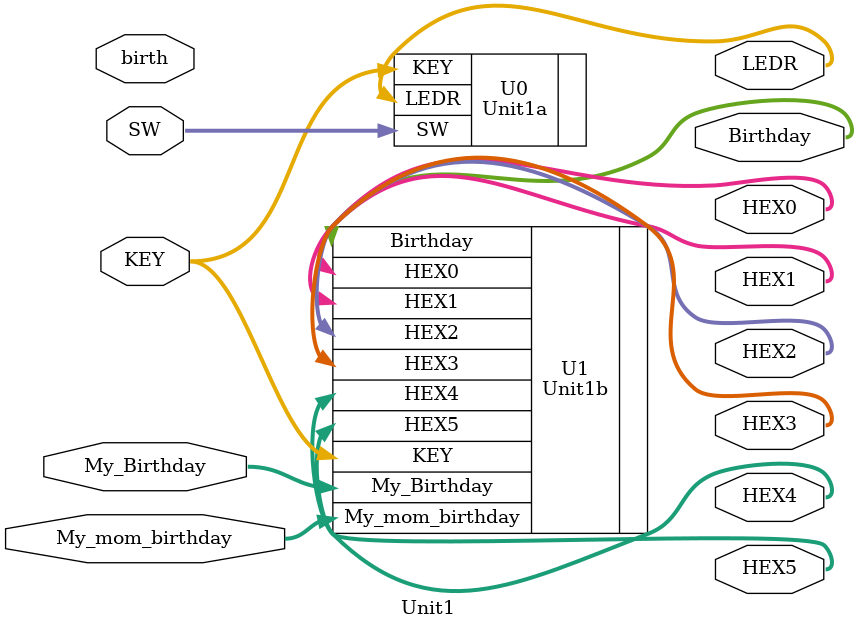
<source format=v>
module Unit1(
    input  [1:0] KEY,
	input  [9:0] SW,
    input [3:0] birth,
    input  [23:0] My_Birthday ,My_mom_birthday,
    
    output wire [23:0] Birthday,  
	output wire  [9:0] LEDR,
    output wire  [7:0]  HEX0, HEX1, HEX2, HEX3, HEX4, HEX5
);
/*assign  My_Birthday = 24'h051800;
assign  My_mom_birthday = 24'h030170;*/

Unit1a U0(.KEY(KEY), .SW(SW), .LEDR(LEDR));
Unit1b U1 (.KEY(KEY), .My_Birthday(My_Birthday),.My_mom_birthday(My_mom_birthday),.Birthday(Birthday),.HEX5(HEX5),.HEX4(HEX4),.HEX3(HEX3),.HEX2(HEX2),.HEX1(HEX1),.HEX0(HEX0));

endmodule

</source>
